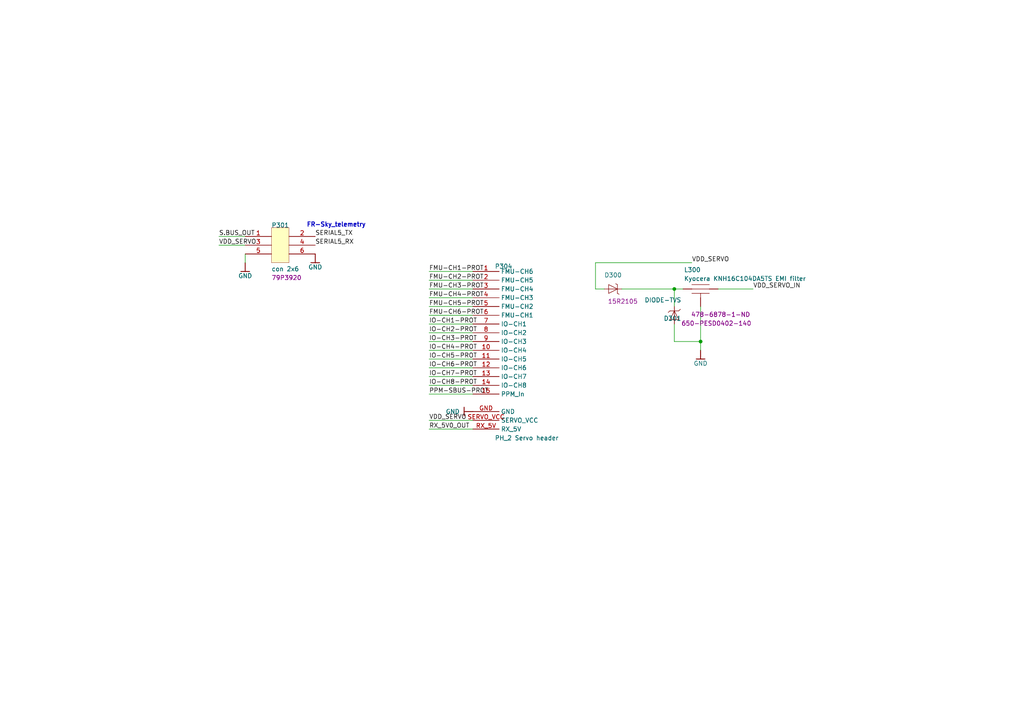
<source format=kicad_sch>
(kicad_sch (version 20250114) (generator "eeschema") (generator_version "9.0")
  (paper "A4")
  (lib_symbols
    (symbol "CB_REV_C:root_0_KNH16C104DA5TS_CB_REV_C.SCHLIB" (pin_numbers (hide yes)) (pin_names (hide yes))
      (symbol "root_0_KNH16C104DA5TS_CB_REV_C.SCHLIB_1_0"
        (polyline (pts (xy 0 -1.27) (xy -2.54 -1.27)) (stroke (width 0) (color 128 0 0 1)))
        (polyline (pts (xy 0 -1.27) (xy 0 -2.54)) (stroke (width 0) (color 128 0 0 1)))
        (polyline (pts (xy 2.54 1.27) (xy -2.54 1.27)) (stroke (width 0) (color 128 0 0 1)))
        (polyline (pts (xy 2.54 0) (xy -2.54 0)) (stroke (width 0) (color 128 0 0 1)))
        (polyline (pts (xy 2.54 -1.27) (xy 0 -1.27)) (stroke (width 0) (color 128 0 0 1)))
        (pin passive line (at -5.08 0 0) (length 2.54) (name "P$1") (number "P$1"))
        (pin passive line (at 0 -5.08 90) (length 2.54) (name "GND") (number "GND"))
        (pin passive line (at 5.08 0 180) (length 2.54) (name "P$2") (number "P$2"))
      )
    )
    (symbol "CB_REV_C:root_0_PH_2 Servo header_CB_REV_C.SCHLIB"
      (symbol "root_0_PH_2 Servo header_CB_REV_C.SCHLIB_1_0"
        (pin passive line (at -7.62 30.48 0) (length 7.62) (name "FMU-CH6") (number "1"))
        (pin passive line (at -7.62 27.94 0) (length 7.62) (name "FMU-CH5") (number "2"))
        (pin passive line (at -7.62 25.4 0) (length 7.62) (name "FMU-CH4") (number "3"))
        (pin passive line (at -7.62 22.86 0) (length 7.62) (name "FMU-CH3") (number "4"))
        (pin passive line (at -7.62 20.32 0) (length 7.62) (name "FMU-CH2") (number "5"))
        (pin passive line (at -7.62 17.78 0) (length 7.62) (name "FMU-CH1") (number "6"))
        (pin passive line (at -7.62 15.24 0) (length 7.62) (name "IO-CH1") (number "7"))
        (pin passive line (at -7.62 12.7 0) (length 7.62) (name "IO-CH2") (number "8"))
        (pin passive line (at -7.62 10.16 0) (length 7.62) (name "IO-CH3") (number "9"))
        (pin passive line (at -7.62 7.62 0) (length 7.62) (name "IO-CH4") (number "10"))
        (pin passive line (at -7.62 5.08 0) (length 7.62) (name "IO-CH5") (number "11"))
        (pin passive line (at -7.62 2.54 0) (length 7.62) (name "IO-CH6") (number "12"))
        (pin passive line (at -7.62 0 0) (length 7.62) (name "IO-CH7") (number "13"))
        (pin passive line (at -7.62 -2.54 0) (length 7.62) (name "IO-CH8") (number "14"))
        (pin passive line (at -7.62 -5.08 0) (length 7.62) (name "PPM_In") (number "15"))
        (pin passive line (at -7.62 -10.16 0) (length 7.62) (name "GND") (number "GND"))
        (pin passive line (at -7.62 -12.7 0) (length 7.62) (name "SERVO_VCC") (number "SERVO_VCC"))
        (pin passive line (at -7.62 -15.24 0) (length 7.62) (name "RX_5V") (number "RX_5V"))
      )
    )
    (symbol "CB_REV_C:root_0_con 2x6_CB_REV_C.SCHLIB" (pin_names (hide yes))
      (symbol "root_0_con 2x6_CB_REV_C.SCHLIB_1_0"
        (rectangle (start 2.54 5.08) (end -2.54 -5.08) (stroke (width 0.0254) (color 128 0 0 1)) (fill (type background)))
        (pin passive line (at -10.16 2.54 0) (length 7.62) (name "1") (number "1"))
        (pin passive line (at -10.16 0 0) (length 7.62) (name "3") (number "3"))
        (pin passive line (at -10.16 -2.54 0) (length 7.62) (name "5") (number "5"))
        (pin passive line (at 10.16 2.54 180) (length 7.62) (name "2") (number "2"))
        (pin passive line (at 10.16 0 180) (length 7.62) (name "4") (number "4"))
        (pin passive line (at 10.16 -2.54 180) (length 7.62) (name "6") (number "6"))
      )
    )
    (symbol "CB_REV_C:root_1_DIODE-TVS_CB_REV_C.SCHLIB" (pin_numbers (hide yes)) (pin_names (hide yes))
      (symbol "root_1_DIODE-TVS_CB_REV_C.SCHLIB_1_0"
        (polyline (pts (xy -1.27 1.27) (xy -1.778 0.813)) (stroke (width 0) (color 128 0 0 1)))
        (polyline (pts (xy -1.27 -1.27) (xy 0 1.27)) (stroke (width 0) (color 128 0 0 1)))
        (polyline (pts (xy 0 1.27) (xy -1.27 1.27)) (stroke (width 0) (color 128 0 0 1)))
        (polyline (pts (xy 0 1.27) (xy 1.27 -1.27)) (stroke (width 0) (color 128 0 0 1)))
        (polyline (pts (xy 1.27 1.27) (xy 0 1.27)) (stroke (width 0) (color 128 0 0 1)))
        (polyline (pts (xy 1.27 -1.27) (xy -1.27 -1.27)) (stroke (width 0) (color 128 0 0 1)))
        (polyline (pts (xy 1.77 1.753) (xy 1.27 1.27)) (stroke (width 0) (color 128 0 0 1)))
        (pin passive line (at 0 2.54 270) (length 2.54) (name "C") (number "C"))
        (pin passive line (at 0 -2.54 90) (length 2.54) (name "A") (number "A"))
      )
    )
    (symbol "CB_REV_C:root_2_mirrored_DIODE-SCHOTTKY_MSMP_CB_REV_C.SCHLIB" (pin_numbers (hide yes)) (pin_names (hide yes))
      (symbol "root_2_mirrored_DIODE-SCHOTTKY_MSMP_CB_REV_C.SCHLIB_1_0"
        (polyline (pts (xy -1.27 1.27) (xy -1.27 -1.27)) (stroke (width 0) (color 128 0 0 1)))
        (polyline (pts (xy -1.27 -1.27) (xy 1.27 0)) (stroke (width 0) (color 128 0 0 1)))
        (polyline (pts (xy 0.762 1.524) (xy 1.27 1.27)) (stroke (width 0) (color 128 0 0 1)))
        (polyline (pts (xy 1.27 1.27) (xy 1.27 0)) (stroke (width 0) (color 128 0 0 1)))
        (polyline (pts (xy 1.27 0) (xy -1.27 1.27)) (stroke (width 0) (color 128 0 0 1)))
        (polyline (pts (xy 1.27 0) (xy 1.27 -1.27)) (stroke (width 0) (color 128 0 0 1)))
        (polyline (pts (xy 1.778 -1.524) (xy 1.27 -1.27)) (stroke (width 0) (color 128 0 0 1)))
        (pin passive line (at -2.54 0 0) (length 2.54) (name "A") (number "ANODE"))
        (pin passive line (at 2.54 0 180) (length 2.54) (name "C") (number "CATHODE"))
      )
    )
    (symbol "TransferProject-altium-import:GND_BAR" (power)
      (property "Value" "GND" (at 0 -3.81 0))
      (symbol "GND_BAR_0_0"
        (polyline (pts (xy -1.27 -2.54) (xy 1.27 -2.54)) (stroke (width 0.254)))
        (polyline (pts (xy 0 0) (xy 0 -2.54)) (stroke (width 0.254)))
        (pin power_in line (at 0 0 0) (length 0) (hide yes) (name "GND") (number ""))
      )
    )
  )
  (text "FR-Sky_telemetry" (at 88.9 66.04 0) (effects (font (size 1.27 1.27) (thickness 0.254) (bold yes)) (justify left bottom)))
  (junction (at 195.58 83.82))
  (junction (at 203.2 99.06))
  (wire (pts (xy 124.46 86.36) (xy 137.16 86.36)))
  (wire (pts (xy 137.16 121.92) (xy 124.46 121.92)))
  (wire (pts (xy 208.28 83.82) (xy 218.44 83.82)))
  (wire (pts (xy 124.46 104.14) (xy 137.16 104.14)))
  (wire (pts (xy 180.34 83.82) (xy 195.58 83.82)))
  (wire (pts (xy 175.26 83.82) (xy 172.72 83.82)))
  (wire (pts (xy 203.2 101.6) (xy 203.2 99.06)))
  (wire (pts (xy 124.46 99.06) (xy 137.16 99.06)))
  (wire (pts (xy 195.58 88.9) (xy 195.58 83.82)))
  (wire (pts (xy 172.72 76.2) (xy 200.66 76.2)))
  (wire (pts (xy 124.46 109.22) (xy 137.16 109.22)))
  (wire (pts (xy 172.72 83.82) (xy 172.72 76.2)))
  (wire (pts (xy 124.46 88.9) (xy 137.16 88.9)))
  (wire (pts (xy 124.46 93.98) (xy 137.16 93.98)))
  (wire (pts (xy 137.16 124.46) (xy 124.46 124.46)))
  (wire (pts (xy 124.46 111.76) (xy 137.16 111.76)))
  (wire (pts (xy 124.46 91.44) (xy 137.16 91.44)))
  (wire (pts (xy 195.58 83.82) (xy 198.12 83.82)))
  (wire (pts (xy 124.46 81.28) (xy 137.16 81.28)))
  (wire (pts (xy 124.46 106.68) (xy 137.16 106.68)))
  (wire (pts (xy 203.2 99.06) (xy 195.58 99.06)))
  (wire (pts (xy 137.16 114.3) (xy 124.46 114.3)))
  (wire (pts (xy 63.5 68.58) (xy 71.12 68.58)))
  (wire (pts (xy 195.58 99.06) (xy 195.58 93.98)))
  (wire (pts (xy 124.46 78.74) (xy 137.16 78.74)))
  (wire (pts (xy 71.12 76.2) (xy 71.12 73.66)))
  (wire (pts (xy 124.46 96.52) (xy 137.16 96.52)))
  (wire (pts (xy 124.46 83.82) (xy 137.16 83.82)))
  (wire (pts (xy 203.2 99.06) (xy 203.2 88.9)))
  (wire (pts (xy 124.46 101.6) (xy 137.16 101.6)))
  (wire (pts (xy 63.5 71.12) (xy 71.12 71.12)))
  (label "VDD_SERVO" (at 63.5 71.12 0))
  (label "PPM-SBUS-PROT" (at 124.46 114.3 0))
  (label "IO-CH8-PROT" (at 124.46 111.76 0))
  (label "IO-CH4-PROT" (at 124.46 101.6 0))
  (label "IO-CH5-PROT" (at 124.46 104.14 0))
  (label "FMU-CH1-PROT" (at 124.46 78.74 0))
  (label "FMU-CH4-PROT" (at 124.46 86.36 0))
  (label "RX_5V0_OUT" (at 124.46 124.46 0))
  (label "FMU-CH6-PROT" (at 124.46 91.44 0))
  (label "FMU-CH3-PROT" (at 124.46 83.82 0))
  (label "SERIAL5_RX" (at 91.44 71.12 0))
  (label "VDD_SERVO" (at 200.66 76.2 0))
  (label "VDD_SERVO" (at 124.46 121.92 0))
  (label "IO-CH7-PROT" (at 124.46 109.22 0))
  (label "FMU-CH2-PROT" (at 124.46 81.28 0))
  (label "S.BUS_OUT" (at 63.5 68.58 0))
  (label "SERIAL5_TX" (at 91.44 68.58 0))
  (label "IO-CH3-PROT" (at 124.46 99.06 0))
  (label "IO-CH2-PROT" (at 124.46 96.52 0))
  (label "IO-CH6-PROT" (at 124.46 106.68 0))
  (label "VDD_SERVO_IN" (at 218.44 83.82 0))
  (label "FMU-CH5-PROT" (at 124.46 88.9 0))
  (label "IO-CH1-PROT" (at 124.46 93.98 0))
  (symbol (lib_id "CB_REV_C:root_0_PH_2 Servo header_CB_REV_C.SCHLIB") (at 144.78 109.22 0) (unit 1)
    (property "Reference" "P304" (at 143.51 77.978 0) (effects (justify left bottom)))
    (property "Value" "PH_2 Servo header" (at 143.51 127.762 0) (effects (justify left bottom)))
    (property "Footprint" "TSW-115-08-G-T-RA" (effects (hide yes)))
    (property "Description" "Connector, Header, 45Pos, 2.54MM, R/A, THT, Tin" (effects (hide yes)))
  )
  (symbol (lib_id "CB_REV_C:root_0_con 2x6_CB_REV_C.SCHLIB") (at 81.28 71.12 0) (unit 1)
    (property "Reference" "P301" (at 78.74 66.04 0) (effects (justify left bottom)))
    (property "Value" "con 2x6" (at 78.74 78.74 0) (effects (justify left bottom)))
    (property "Footprint" "TSW-103-07-G-D" (effects (hide yes)))
    (property "Description" "Connector, Header, 6Pos, 2.54MM, Vert, THT, Au" (effects (hide yes)))
    (property "SUPPLIER 1" "Newark" (effects (hide yes)))
    (property "SUPPLIER PART NUMBER 1" "79P3920" (at 78.74 81.28 0) (effects (justify left bottom)))
  )
  (symbol (lib_id "CB_REV_C:root_0_KNH16C104DA5TS_CB_REV_C.SCHLIB") (at 203.2 83.82 0) (unit 1)
    (property "Reference" "L300" (at 198.374 78.994 0) (effects (justify left bottom)))
    (property "Value" "Kyocera KNH16C104DA5TS EMI filter" (at 198.374 81.534 0) (effects (justify left bottom)))
    (property "Footprint" "KYOCERA-KNH16-DA" (effects (hide yes)))
    (property "Description" "Capacitor, Filter, 0.1uF, 25V, 2A, 0603, SMD" (effects (hide yes)))
    (property "SUPPLIER 1" "Digi-Key" (effects (hide yes)))
    (property "SUPPLIER PART NUMBER 1" "478-6878-1-ND" (at 200.406 91.948 0) (effects (justify left bottom)))
  )
  (symbol (lib_id "TransferProject-altium-import:GND_BAR") (at 203.2 101.6 0) (unit 1)
    (property "Reference" "#PWR022" (effects (hide yes)))
    (property "Value" "GND" (at 203.2 105.41 0))
  )
  (symbol (lib_id "TransferProject-altium-import:GND_BAR") (at 91.44 73.66 0) (unit 1)
    (property "Reference" "#PWR020" (effects (hide yes)))
    (property "Value" "GND" (at 91.44 77.47 0))
  )
  (symbol (lib_id "TransferProject-altium-import:GND_BAR") (at 137.16 119.38 270) (unit 1)
    (property "Reference" "#PWR021" (effects (hide yes)))
    (property "Value" "GND" (at 133.35 119.38 90) (effects (justify right)))
  )
  (symbol (lib_id "CB_REV_C:root_2_mirrored_DIODE-SCHOTTKY_MSMP_CB_REV_C.SCHLIB") (at 177.8 83.82 0) (unit 1)
    (property "Reference" "D300" (at 175.26 80.518 0) (effects (justify left bottom)))
    (property "Value" "MSS1P4-M3" (effects (hide yes)))
    (property "Footprint" "MICROSMP" (effects (hide yes)))
    (property "Description" "Diode, Schottky, 40V, 1A, MicroSMP, SMD" (effects (hide yes)))
    (property "SUPPLIER 1" "Newark" (effects (hide yes)))
    (property "SUPPLIER PART NUMBER 1" "15R2105" (at 176.276 88.138 0) (effects (justify left bottom)))
  )
  (symbol (lib_id "CB_REV_C:root_1_DIODE-TVS_CB_REV_C.SCHLIB") (at 195.58 91.44 0) (unit 1)
    (property "Reference" "D301" (at 197.612 93.091 0) (effects (justify right bottom)))
    (property "Value" "DIODE-TVS" (at 197.612 87.757 0) (effects (justify right bottom)))
    (property "Footprint" "0402-TVS" (effects (hide yes)))
    (property "Description" "Diode, TVS, 14VWM, 40VC, 0402, SMD" (effects (hide yes)))
    (property "SUPPLIER 1" "Mouser" (effects (hide yes)))
    (property "SUPPLIER PART NUMBER 1" "650-PESD0402-140" (at 197.604 94.513 0) (effects (justify left bottom)))
  )
  (symbol (lib_id "TransferProject-altium-import:GND_BAR") (at 71.12 76.2 0) (unit 1)
    (property "Reference" "#PWR019" (effects (hide yes)))
    (property "Value" "GND" (at 71.12 80.01 0))
  )
)
</source>
